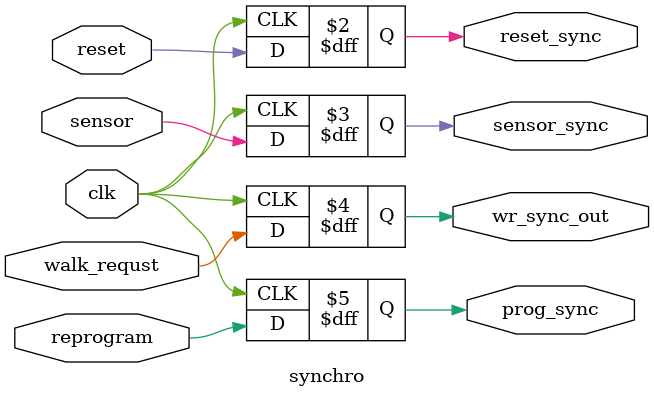
<source format=v>
module synchro (clk, reset, sensor,walk_requst, reprogram, reset_sync, sensor_sync,wr_sync_out,prog_sync);
  
	input clk,reset, sensor, walk_requst, reprogram;
	output  reset_sync, sensor_sync,wr_sync_out,prog_sync;
  
	reg reset_sync, sensor_sync,wr_sync_out,prog_sync;	
  
 
	always @ (posedge clk)
		begin : sync
    
		reset_sync <= reset;
		sensor_sync <= sensor;
		wr_sync_out <= walk_requst;
		prog_sync <= reprogram ;
    
	end
  
endmodule

</source>
